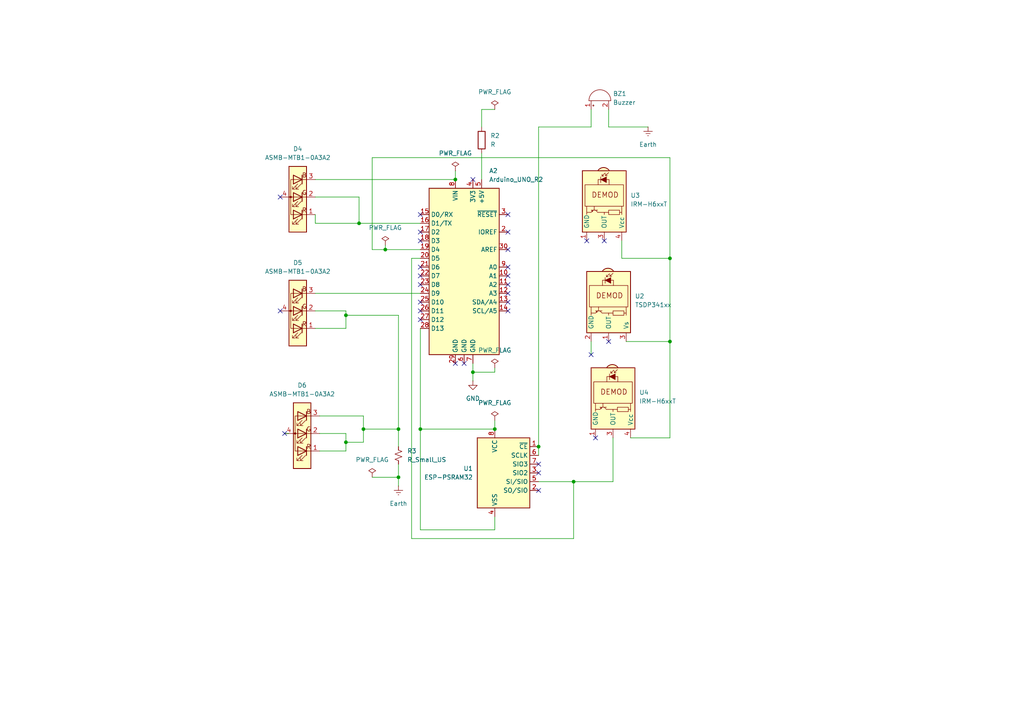
<source format=kicad_sch>
(kicad_sch (version 20250114) (generator "eeschema") (generator_version "9.0")
  (paper "A4")
  (lib_symbols
    (symbol "Device:Buzzer" (pin_names (offset 0.0254) (hide yes))
      (property "Reference" "BZ" (at 3.81 1.27 0))
      (property "Value" "Buzzer" (at 3.81 -1.27 0))
      (symbol "Buzzer_0_1"
        (polyline (pts (xy -1.651 1.905) (xy -1.143 1.905)))
        (polyline (pts (xy -1.397 2.159) (xy -1.397 1.651)))
        (arc (start 0 3.175) (mid 3.1612 0) (end 0 -3.175))
        (polyline (pts (xy 0 3.175) (xy 0 -3.175)))
      )
      (symbol "Buzzer_1_1"
        (pin passive line (at -2.54 2.54 0) (length 2.54) (name "+") (number "1"))
        (pin passive line (at -2.54 -2.54 0) (length 2.54) (name "-") (number "2"))
      )
    )
    (symbol "Device:R" (pin_numbers (hide yes)) (pin_names (offset 0))
      (property "Reference" "R" (at 2.032 0 90))
      (property "Value" "R" (at 0 0 90))
      (symbol "R_0_1"
        (rectangle (start -1.016 -2.54) (end 1.016 2.54) (stroke (width 0.254)))
      )
      (symbol "R_1_1"
        (pin passive line (at 0 3.81 270) (length 1.27) (name "~") (number "1"))
        (pin passive line (at 0 -3.81 90) (length 1.27) (name "~") (number "2"))
      )
    )
    (symbol "Device:R_Small_US" (pin_numbers (hide yes)) (pin_names (offset 0.254) (hide yes))
      (property "Reference" "R" (at 0.762 0.508 0))
      (property "Value" "R_Small_US" (at 0.762 -1.016 0))
      (symbol "R_Small_US_1_1"
        (polyline (pts (xy 0 1.524) (xy 1.016 1.143) (xy 0 0.762) (xy -1.016 0.381) (xy 0 0)))
        (polyline (pts (xy 0 0) (xy 1.016 -0.381) (xy 0 -0.762) (xy -1.016 -1.143) (xy 0 -1.524)))
        (pin passive line (at 0 2.54 270) (length 1.016) (name "~") (number "1"))
        (pin passive line (at 0 -2.54 90) (length 1.016) (name "~") (number "2"))
      )
    )
    (symbol "Interface_Optical:IRM-H6xxT" (pin_names (offset 1.016))
      (property "Reference" "U" (at -10.16 7.62 0))
      (property "Value" "IRM-H6xxT" (at -10.16 -7.62 0))
      (symbol "IRM-H6xxT_0_0"
        (arc (start -10.287 -1.778) (mid -11.0899 -0.1905) (end -10.287 1.397) (stroke (width 0.254)) (fill (type background)))
        (polyline (pts (xy 1.905 5.08) (xy 0.127 5.08)))
        (polyline (pts (xy 1.905 -5.08) (xy 0.127 -5.08)))
        (text "DEMOD" (at -3.175 0.254 900) (effects (font (size 1.524 1.524))))
      )
      (symbol "IRM-H6xxT_0_1"
        (polyline (pts (xy -8.763 0.381) (xy -9.652 1.27)))
        (polyline (pts (xy -8.763 0.381) (xy -9.271 0.381)))
        (polyline (pts (xy -8.763 0.381) (xy -8.763 0.889)))
        (polyline (pts (xy -8.636 -0.635) (xy -9.525 0.254)))
        (polyline (pts (xy -8.636 -0.635) (xy -9.144 -0.635)))
        (polyline (pts (xy -8.636 -0.635) (xy -8.636 -0.127)))
        (polyline (pts (xy -8.382 0.635) (xy -6.731 0.635) (xy -7.62 -1.016) (xy -8.382 0.635)) (fill (type outline)))
        (polyline (pts (xy -8.382 -1.016) (xy -6.731 -1.016)))
        (rectangle (start -6.096 5.588) (end 0.127 -5.588))
        (polyline (pts (xy -6.096 1.397) (xy -7.62 1.397) (xy -7.62 -1.778) (xy -6.096 -1.778)))
        (polyline (pts (xy 1.27 -1.905) (xy 1.27 -3.81)))
        (polyline (pts (xy 1.27 -2.54) (xy 1.905 -1.905) (xy 1.905 0) (xy 2.54 0)))
        (polyline (pts (xy 1.27 -2.921) (xy 0.127 -2.921)))
        (polyline (pts (xy 1.27 -3.175) (xy 1.905 -3.81) (xy 1.905 -5.08) (xy 2.54 -5.08)))
        (polyline (pts (xy 1.397 -3.556) (xy 1.524 -3.556)))
        (polyline (pts (xy 1.651 -3.556) (xy 1.524 -3.556)))
        (polyline (pts (xy 1.651 -3.556) (xy 1.651 -3.302)))
        (polyline (pts (xy 1.905 4.445) (xy 1.905 5.08) (xy 2.54 5.08)))
        (polyline (pts (xy 1.905 0) (xy 1.905 1.27)))
        (rectangle (start 2.54 1.27) (end 1.27 4.445))
        (rectangle (start 7.62 6.35) (end -10.16 -6.35) (stroke (width 0.254)) (fill (type background)))
      )
      (symbol "IRM-H6xxT_1_1"
        (pin power_in line (at 10.16 5.08 180) (length 2.54) (name "Vcc") (number "4"))
        (pin output line (at 10.16 0 180) (length 2.54) (name "OUT") (number "3"))
        (pin power_in line (at 10.16 -5.08 180) (length 2.54) (name "GND") (number "1"))
        (pin passive line (at 10.16 -5.08 180) (length 2.54) (hide yes) (name "GND") (number "2"))
      )
    )
    (symbol "Interface_Optical:TSDP341xx" (pin_names (offset 1.016))
      (property "Reference" "U" (at -10.16 7.62 0))
      (property "Value" "TSDP341xx" (at -10.16 -7.62 0))
      (symbol "TSDP341xx_0_0"
        (arc (start -10.287 -1.778) (mid -11.0899 -0.1905) (end -10.287 1.397) (stroke (width 0.254)) (fill (type background)))
        (polyline (pts (xy 1.905 5.08) (xy 0.127 5.08)))
        (polyline (pts (xy 1.905 -5.08) (xy 0.127 -5.08)))
        (text "DEMOD" (at -3.175 0.254 900) (effects (font (size 1.524 1.524))))
      )
      (symbol "TSDP341xx_0_1"
        (polyline (pts (xy -8.763 0.381) (xy -9.652 1.27)))
        (polyline (pts (xy -8.763 0.381) (xy -9.271 0.381)))
        (polyline (pts (xy -8.763 0.381) (xy -8.763 0.889)))
        (polyline (pts (xy -8.636 -0.635) (xy -9.525 0.254)))
        (polyline (pts (xy -8.636 -0.635) (xy -9.144 -0.635)))
        (polyline (pts (xy -8.636 -0.635) (xy -8.636 -0.127)))
        (polyline (pts (xy -8.382 0.635) (xy -6.731 0.635) (xy -7.62 -1.016) (xy -8.382 0.635)) (fill (type outline)))
        (polyline (pts (xy -8.382 -1.016) (xy -6.731 -1.016)))
        (rectangle (start -6.096 5.588) (end 0.127 -5.588))
        (polyline (pts (xy -6.096 1.397) (xy -7.62 1.397) (xy -7.62 -1.778) (xy -6.096 -1.778)))
        (polyline (pts (xy 1.27 -1.905) (xy 1.27 -3.81)))
        (polyline (pts (xy 1.27 -2.54) (xy 1.905 -1.905) (xy 1.905 0) (xy 2.54 0)))
        (polyline (pts (xy 1.27 -2.921) (xy 0.127 -2.921)))
        (polyline (pts (xy 1.27 -3.175) (xy 1.905 -3.81) (xy 1.905 -5.08) (xy 2.54 -5.08)))
        (polyline (pts (xy 1.397 -3.556) (xy 1.524 -3.556)))
        (polyline (pts (xy 1.651 -3.556) (xy 1.524 -3.556)))
        (polyline (pts (xy 1.651 -3.556) (xy 1.651 -3.302)))
        (polyline (pts (xy 1.905 4.445) (xy 1.905 5.08) (xy 2.54 5.08)))
        (polyline (pts (xy 1.905 0) (xy 1.905 1.27)))
        (rectangle (start 2.54 1.27) (end 1.27 4.445))
        (rectangle (start 7.62 6.35) (end -10.16 -6.35) (stroke (width 0.254)) (fill (type background)))
      )
      (symbol "TSDP341xx_1_1"
        (pin power_in line (at 10.16 5.08 180) (length 2.54) (name "Vs") (number "3"))
        (pin output line (at 10.16 0 180) (length 2.54) (name "OUT") (number "1"))
        (pin power_in line (at 10.16 -5.08 180) (length 2.54) (name "GND") (number "2"))
      )
    )
    (symbol "LED:ASMB-MTB1-0A3A2" (pin_names (offset 0) (hide yes))
      (property "Reference" "D" (at 0 12.7 0))
      (property "Value" "ASMB-MTB1-0A3A2" (at 1.27 -11.43 0))
      (symbol "ASMB-MTB1-0A3A2_0_0"
        (text "R" (at -1.905 3.81 0) (effects (font (size 1.27 1.27))))
        (text "G" (at -1.905 -1.27 0) (effects (font (size 1.27 1.27))))
        (text "B" (at -1.905 -6.35 0) (effects (font (size 1.27 1.27))))
      )
      (symbol "ASMB-MTB1-0A3A2_0_1"
        (polyline (pts (xy -2.54 -5.08) (xy 1.27 -5.08)))
        (polyline (pts (xy -1.27 6.35) (xy -1.27 3.81)) (stroke (width 0.254)))
        (polyline (pts (xy -1.27 1.27) (xy -1.27 -1.27)) (stroke (width 0.254)))
        (polyline (pts (xy -1.27 -3.81) (xy -1.27 -6.35)) (stroke (width 0.254)))
        (polyline (pts (xy -1.016 6.35) (xy 0.508 7.874) (xy -0.254 7.874) (xy 0.508 7.874) (xy 0.508 7.112)))
        (polyline (pts (xy -1.016 1.27) (xy 0.508 2.794) (xy -0.254 2.794) (xy 0.508 2.794) (xy 0.508 2.032)))
        (polyline (pts (xy -1.016 -3.81) (xy 0.508 -2.286) (xy -0.254 -2.286) (xy 0.508 -2.286) (xy 0.508 -3.048)))
        (polyline (pts (xy 0 6.35) (xy 1.524 7.874) (xy 0.762 7.874) (xy 1.524 7.874) (xy 1.524 7.112)))
        (polyline (pts (xy 0 1.27) (xy 1.524 2.794) (xy 0.762 2.794) (xy 1.524 2.794) (xy 1.524 2.032)))
        (polyline (pts (xy 0 -3.81) (xy 1.524 -2.286) (xy 0.762 -2.286) (xy 1.524 -2.286) (xy 1.524 -3.048)))
        (polyline (pts (xy 1.27 6.35) (xy 1.27 3.81) (xy -1.27 5.08) (xy 1.27 6.35)) (stroke (width 0.254)))
        (rectangle (start 1.27 6.35) (end 1.27 6.35))
        (polyline (pts (xy 1.27 5.08) (xy -2.54 5.08)))
        (polyline (pts (xy 1.27 1.27) (xy 1.27 -1.27) (xy -1.27 0) (xy 1.27 1.27)) (stroke (width 0.254)))
        (polyline (pts (xy 1.27 -3.81) (xy 1.27 -6.35) (xy -1.27 -5.08) (xy 1.27 -3.81)) (stroke (width 0.254)))
        (polyline (pts (xy 1.27 -5.08) (xy 2.032 -5.08) (xy 2.032 5.08) (xy 1.27 5.08)))
        (circle (center 2.032 0) (radius 0.254) (fill (type outline)))
        (polyline (pts (xy 2.54 0) (xy -2.54 0)))
        (rectangle (start 2.54 -8.89) (end -2.54 10.16) (stroke (width 0.254)) (fill (type background)))
      )
      (symbol "ASMB-MTB1-0A3A2_1_1"
        (pin passive line (at -5.08 5.08 0) (length 2.54) (name "RK") (number "1"))
        (pin passive line (at -5.08 0 0) (length 2.54) (name "GK") (number "2"))
        (pin passive line (at -5.08 -5.08 0) (length 2.54) (name "BK") (number "3"))
        (pin passive line (at 5.08 0 180) (length 2.54) (name "A") (number "4"))
      )
    )
    (symbol "MCU_Module:Arduino_UNO_R2"
      (property "Reference" "A" (at -10.16 23.495 0))
      (property "Value" "Arduino_UNO_R2" (at 5.08 -26.67 0))
      (symbol "Arduino_UNO_R2_0_1"
        (rectangle (start -10.16 22.86) (end 10.16 -25.4) (stroke (width 0.254)) (fill (type background)))
      )
      (symbol "Arduino_UNO_R2_1_1"
        (pin bidirectional line (at -12.7 15.24 0) (length 2.54) (name "D0/RX") (number "15"))
        (pin bidirectional line (at -12.7 12.7 0) (length 2.54) (name "D1/TX") (number "16"))
        (pin bidirectional line (at -12.7 10.16 0) (length 2.54) (name "D2") (number "17"))
        (pin bidirectional line (at -12.7 7.62 0) (length 2.54) (name "D3") (number "18"))
        (pin bidirectional line (at -12.7 5.08 0) (length 2.54) (name "D4") (number "19"))
        (pin bidirectional line (at -12.7 2.54 0) (length 2.54) (name "D5") (number "20"))
        (pin bidirectional line (at -12.7 0 0) (length 2.54) (name "D6") (number "21"))
        (pin bidirectional line (at -12.7 -2.54 0) (length 2.54) (name "D7") (number "22"))
        (pin bidirectional line (at -12.7 -5.08 0) (length 2.54) (name "D8") (number "23"))
        (pin bidirectional line (at -12.7 -7.62 0) (length 2.54) (name "D9") (number "24"))
        (pin bidirectional line (at -12.7 -10.16 0) (length 2.54) (name "D10") (number "25"))
        (pin bidirectional line (at -12.7 -12.7 0) (length 2.54) (name "D11") (number "26"))
        (pin bidirectional line (at -12.7 -15.24 0) (length 2.54) (name "D12") (number "27"))
        (pin bidirectional line (at -12.7 -17.78 0) (length 2.54) (name "D13") (number "28"))
        (pin no_connect line (at -10.16 -20.32 0) (length 2.54) (hide yes) (name "NC") (number "1"))
        (pin power_in line (at -2.54 25.4 270) (length 2.54) (name "VIN") (number "8"))
        (pin power_in line (at -2.54 -27.94 90) (length 2.54) (name "GND") (number "29"))
        (pin power_in line (at 0 -27.94 90) (length 2.54) (name "GND") (number "6"))
        (pin power_out line (at 2.54 25.4 270) (length 2.54) (name "3V3") (number "4"))
        (pin power_in line (at 2.54 -27.94 90) (length 2.54) (name "GND") (number "7"))
        (pin power_out line (at 5.08 25.4 270) (length 2.54) (name "+5V") (number "5"))
        (pin input line (at 12.7 15.24 180) (length 2.54) (name "~{RESET}") (number "3"))
        (pin output line (at 12.7 10.16 180) (length 2.54) (name "IOREF") (number "2"))
        (pin input line (at 12.7 5.08 180) (length 2.54) (name "AREF") (number "30"))
        (pin bidirectional line (at 12.7 0 180) (length 2.54) (name "A0") (number "9"))
        (pin bidirectional line (at 12.7 -2.54 180) (length 2.54) (name "A1") (number "10"))
        (pin bidirectional line (at 12.7 -5.08 180) (length 2.54) (name "A2") (number "11"))
        (pin bidirectional line (at 12.7 -7.62 180) (length 2.54) (name "A3") (number "12"))
        (pin bidirectional line (at 12.7 -10.16 180) (length 2.54) (name "SDA/A4") (number "13"))
        (pin bidirectional line (at 12.7 -12.7 180) (length 2.54) (name "SCL/A5") (number "14"))
      )
    )
    (symbol "Memory_RAM:ESP-PSRAM32"
      (property "Reference" "U" (at 3.81 11.43 0))
      (property "Value" "ESP-PSRAM32" (at -1.27 -11.43 0))
      (symbol "ESP-PSRAM32_0_1"
        (rectangle (start -7.62 10.16) (end 7.62 -10.16) (stroke (width 0.254)) (fill (type background)))
      )
      (symbol "ESP-PSRAM32_1_1"
        (pin power_in line (at -2.54 12.7 270) (length 2.54) (name "VCC") (number "8"))
        (pin power_in line (at -2.54 -12.7 90) (length 2.54) (name "VSS") (number "4"))
        (pin input line (at 10.16 7.62 180) (length 2.54) (name "~{CE}") (number "1"))
        (pin output line (at 10.16 5.08 180) (length 2.54) (name "SCLK") (number "6"))
        (pin bidirectional line (at 10.16 2.54 180) (length 2.54) (name "SIO3") (number "7"))
        (pin bidirectional line (at 10.16 0 180) (length 2.54) (name "SIO2") (number "3"))
        (pin input line (at 10.16 -2.54 180) (length 2.54) (name "SI/SIO") (number "5"))
        (pin output line (at 10.16 -5.08 180) (length 2.54) (name "SO/SIO") (number "2"))
      )
    )
    (symbol "power:Earth" (power) (pin_numbers (hide yes)) (pin_names (offset 0) (hide yes))
      (property "Value" "Earth" (at 0 -3.81 0))
      (symbol "Earth_0_1"
        (polyline (pts (xy -0.635 -1.905) (xy 0.635 -1.905)))
        (polyline (pts (xy -0.127 -2.54) (xy 0.127 -2.54)))
        (polyline (pts (xy 0 -1.27) (xy 0 0)))
        (polyline (pts (xy 1.27 -1.27) (xy -1.27 -1.27)))
      )
      (symbol "Earth_1_1"
        (pin power_in line (at 0 0 270) (length 0) (name "~") (number "1"))
      )
    )
    (symbol "power:GND" (power) (pin_numbers (hide yes)) (pin_names (offset 0) (hide yes))
      (property "Value" "GND" (at 0 -3.81 0))
      (symbol "GND_0_1"
        (polyline (pts (xy 0 0) (xy 0 -1.27) (xy 1.27 -1.27) (xy 0 -2.54) (xy -1.27 -1.27) (xy 0 -1.27)))
      )
      (symbol "GND_1_1"
        (pin power_in line (at 0 0 270) (length 0) (name "~") (number "1"))
      )
    )
    (symbol "power:PWR_FLAG" (power) (pin_numbers (hide yes)) (pin_names (offset 0) (hide yes))
      (property "Value" "PWR_FLAG" (at 0 3.81 0))
      (symbol "PWR_FLAG_0_0"
        (pin power_out line (at 0 0 90) (length 0) (name "~") (number "1"))
      )
      (symbol "PWR_FLAG_0_1"
        (polyline (pts (xy 0 0) (xy 0 1.27) (xy -1.016 1.905) (xy 0 2.54) (xy 1.016 1.905) (xy 0 1.27)))
      )
    )
  )
  (junction (at 194.31 99.06))
  (junction (at 137.16 107.95))
  (junction (at 111.76 72.39))
  (junction (at 115.57 138.43))
  (junction (at 166.37 139.7))
  (junction (at 132.08 52.07))
  (junction (at 105.41 124.46))
  (junction (at 194.31 74.93))
  (junction (at 143.51 124.46))
  (junction (at 121.92 124.46))
  (junction (at 104.14 64.77))
  (junction (at 115.57 124.46))
  (junction (at 156.21 129.54))
  (junction (at 100.33 91.44))
  (junction (at 100.33 128.27))
  (no_connect (at 132.08 105.41))
  (no_connect (at 172.72 127))
  (no_connect (at 171.45 102.87))
  (no_connect (at 156.21 137.16))
  (no_connect (at 147.32 77.47))
  (no_connect (at 81.28 57.15))
  (no_connect (at 82.55 125.73))
  (no_connect (at 175.26 69.85))
  (no_connect (at 121.92 82.55))
  (no_connect (at 147.32 90.17))
  (no_connect (at 147.32 80.01))
  (no_connect (at 176.53 99.06))
  (no_connect (at 121.92 67.31))
  (no_connect (at 147.32 82.55))
  (no_connect (at 156.21 142.24))
  (no_connect (at 147.32 67.31))
  (no_connect (at 121.92 62.23))
  (no_connect (at 147.32 62.23))
  (no_connect (at 121.92 80.01))
  (no_connect (at 81.28 90.17))
  (no_connect (at 137.16 52.07))
  (no_connect (at 147.32 72.39))
  (no_connect (at 121.92 92.71))
  (no_connect (at 121.92 90.17))
  (no_connect (at 147.32 85.09))
  (no_connect (at 121.92 87.63))
  (no_connect (at 134.62 105.41))
  (no_connect (at 121.92 77.47))
  (no_connect (at 147.32 87.63))
  (no_connect (at 170.18 69.85))
  (no_connect (at 121.92 69.85))
  (no_connect (at 156.21 134.62))
  (wire (pts (xy 194.31 45.72) (xy 194.31 74.93)))
  (wire (pts (xy 100.33 130.81) (xy 92.71 130.81)))
  (wire (pts (xy 115.57 91.44) (xy 115.57 124.46)))
  (wire (pts (xy 156.21 36.83) (xy 171.45 36.83)))
  (wire (pts (xy 121.92 74.93) (xy 119.38 74.93)))
  (wire (pts (xy 105.41 124.46) (xy 115.57 124.46)))
  (wire (pts (xy 182.88 127) (xy 194.31 127)))
  (wire (pts (xy 119.38 74.93) (xy 119.38 156.21)))
  (wire (pts (xy 156.21 132.08) (xy 156.21 129.54)))
  (wire (pts (xy 194.31 74.93) (xy 194.31 99.06)))
  (wire (pts (xy 100.33 91.44) (xy 115.57 91.44)))
  (wire (pts (xy 177.8 139.7) (xy 166.37 139.7)))
  (wire (pts (xy 111.76 71.12) (xy 111.76 72.39)))
  (wire (pts (xy 82.55 125.73) (xy 83.82 125.73)))
  (wire (pts (xy 194.31 99.06) (xy 181.61 99.06)))
  (wire (pts (xy 107.95 72.39) (xy 107.95 45.72)))
  (wire (pts (xy 100.33 125.73) (xy 100.33 128.27)))
  (wire (pts (xy 111.76 72.39) (xy 107.95 72.39)))
  (wire (pts (xy 180.34 69.85) (xy 180.34 74.93)))
  (wire (pts (xy 100.33 91.44) (xy 100.33 95.25)))
  (wire (pts (xy 156.21 139.7) (xy 166.37 139.7)))
  (wire (pts (xy 177.8 127) (xy 177.8 139.7)))
  (wire (pts (xy 104.14 57.15) (xy 104.14 64.77)))
  (wire (pts (xy 132.08 49.53) (xy 132.08 52.07)))
  (wire (pts (xy 91.44 64.77) (xy 91.44 62.23)))
  (wire (pts (xy 194.31 127) (xy 194.31 99.06)))
  (wire (pts (xy 121.92 124.46) (xy 143.51 124.46)))
  (wire (pts (xy 91.44 57.15) (xy 104.14 57.15)))
  (wire (pts (xy 115.57 138.43) (xy 115.57 140.97)))
  (wire (pts (xy 107.95 45.72) (xy 194.31 45.72)))
  (wire (pts (xy 143.51 106.68) (xy 143.51 107.95)))
  (wire (pts (xy 91.44 90.17) (xy 100.33 90.17)))
  (wire (pts (xy 121.92 95.25) (xy 121.92 124.46)))
  (wire (pts (xy 143.51 107.95) (xy 137.16 107.95)))
  (wire (pts (xy 100.33 90.17) (xy 100.33 91.44)))
  (wire (pts (xy 139.7 44.45) (xy 139.7 52.07)))
  (wire (pts (xy 137.16 107.95) (xy 137.16 110.49)))
  (wire (pts (xy 100.33 128.27) (xy 105.41 128.27)))
  (wire (pts (xy 137.16 105.41) (xy 137.16 107.95)))
  (wire (pts (xy 143.51 121.92) (xy 143.51 124.46)))
  (wire (pts (xy 91.44 85.09) (xy 121.92 85.09)))
  (wire (pts (xy 105.41 124.46) (xy 105.41 120.65)))
  (wire (pts (xy 100.33 128.27) (xy 100.33 130.81)))
  (wire (pts (xy 104.14 64.77) (xy 91.44 64.77)))
  (wire (pts (xy 105.41 128.27) (xy 105.41 124.46)))
  (wire (pts (xy 121.92 64.77) (xy 104.14 64.77)))
  (wire (pts (xy 139.7 31.75) (xy 143.51 31.75)))
  (wire (pts (xy 115.57 134.62) (xy 115.57 138.43)))
  (wire (pts (xy 115.57 124.46) (xy 115.57 129.54)))
  (wire (pts (xy 194.31 74.93) (xy 180.34 74.93)))
  (wire (pts (xy 119.38 156.21) (xy 166.37 156.21)))
  (wire (pts (xy 92.71 125.73) (xy 100.33 125.73)))
  (wire (pts (xy 139.7 36.83) (xy 139.7 31.75)))
  (wire (pts (xy 171.45 102.87) (xy 171.45 99.06)))
  (wire (pts (xy 166.37 156.21) (xy 166.37 139.7)))
  (wire (pts (xy 143.51 153.67) (xy 143.51 149.86)))
  (wire (pts (xy 107.95 138.43) (xy 115.57 138.43)))
  (wire (pts (xy 171.45 36.83) (xy 171.45 31.75)))
  (wire (pts (xy 91.44 52.07) (xy 132.08 52.07)))
  (wire (pts (xy 100.33 95.25) (xy 91.44 95.25)))
  (wire (pts (xy 121.92 124.46) (xy 121.92 153.67)))
  (wire (pts (xy 121.92 153.67) (xy 143.51 153.67)))
  (wire (pts (xy 176.53 31.75) (xy 176.53 36.83)))
  (wire (pts (xy 176.53 36.83) (xy 187.96 36.83)))
  (wire (pts (xy 105.41 120.65) (xy 92.71 120.65)))
  (wire (pts (xy 121.92 72.39) (xy 111.76 72.39)))
  (wire (pts (xy 156.21 129.54) (xy 156.21 36.83)))
  (symbol (lib_id "Interface_Optical:IRM-H6xxT") (at 177.8 116.84 270) (unit 1)
    (property "Reference" "U4" (at 185.42 113.8349 90) (effects (justify left)))
    (property "Value" "IRM-H6xxT" (at 185.42 116.3749 90) (effects (justify left)))
    (property "Footprint" "OptoDevice:Everlight_IRM-H6xxT" (effects (hide yes)))
    (property "Datasheet" "https://en.everlight.com/wp-content/plugins/ItemRelationship/product_files/pdf/DMO-0000004-IRM-H6XX-TR2_Series_Datasheet_V4.pdf" (effects (hide yes)))
    (property "Description" "IR Receiver Modules for remote controls" (effects (hide yes)))
  )
  (symbol (lib_id "power:PWR_FLAG") (at 143.51 31.75 0) (unit 1)
    (property "Reference" "#FLG01" (effects (hide yes)))
    (property "Value" "PWR_FLAG" (at 143.51 26.67 0))
    (property "Description" "Special symbol for telling ERC where power comes from" (effects (hide yes)))
  )
  (symbol (lib_id "Interface_Optical:IRM-H6xxT") (at 175.26 59.69 270) (unit 1)
    (property "Reference" "U3" (at 182.88 56.6849 90) (effects (justify left)))
    (property "Value" "IRM-H6xxT" (at 182.88 59.2249 90) (effects (justify left)))
    (property "Footprint" "OptoDevice:Everlight_IRM-H6xxT" (effects (hide yes)))
    (property "Datasheet" "https://en.everlight.com/wp-content/plugins/ItemRelationship/product_files/pdf/DMO-0000004-IRM-H6XX-TR2_Series_Datasheet_V4.pdf" (effects (hide yes)))
    (property "Description" "IR Receiver Modules for remote controls" (effects (hide yes)))
  )
  (symbol (lib_id "LED:ASMB-MTB1-0A3A2") (at 86.36 90.17 180) (unit 1)
    (property "Reference" "D5" (at 86.36 76.2 0))
    (property "Value" "ASMB-MTB1-0A3A2" (at 86.36 78.74 0))
    (property "Footprint" "LED_SMD:LED_Avago_PLCC4_3.2x2.8mm_CW" (effects (hide yes)))
    (property "Datasheet" "https://docs.broadcom.com/docs/AV02-4194EN" (effects (hide yes)))
    (property "Description" "Tricolor Black Surface LED, Common Anode Pin 4, PLCC-4" (effects (hide yes)))
  )
  (symbol (lib_id "LED:ASMB-MTB1-0A3A2") (at 86.36 57.15 180) (unit 1)
    (property "Reference" "D4" (at 86.36 43.18 0))
    (property "Value" "ASMB-MTB1-0A3A2" (at 86.36 45.72 0))
    (property "Footprint" "LED_SMD:LED_Avago_PLCC4_3.2x2.8mm_CW" (effects (hide yes)))
    (property "Datasheet" "https://docs.broadcom.com/docs/AV02-4194EN" (effects (hide yes)))
    (property "Description" "Tricolor Black Surface LED, Common Anode Pin 4, PLCC-4" (effects (hide yes)))
  )
  (symbol (lib_id "MCU_Module:Arduino_UNO_R2") (at 134.62 77.47 0) (unit 1)
    (property "Reference" "A2" (at 141.8433 49.53 0) (effects (justify left)))
    (property "Value" "Arduino_UNO_R2" (at 141.8433 52.07 0) (effects (justify left)))
    (property "Footprint" "Module:Arduino_UNO_R2" (effects (hide yes)))
    (property "Datasheet" "https://www.arduino.cc/en/Main/arduinoBoardUno" (effects (hide yes)))
    (property "Description" "Arduino UNO Microcontroller Module, release 2" (effects (hide yes)))
  )
  (symbol (lib_id "power:Earth") (at 115.57 140.97 0) (unit 1)
    (property "Reference" "#PWR01" (effects (hide yes)))
    (property "Value" "Earth" (at 115.57 146.05 0))
    (property "Description" "Power symbol creates a global label with name \"Earth\"" (effects (hide yes)))
  )
  (symbol (lib_id "Device:Buzzer") (at 173.99 29.21 90) (unit 1)
    (property "Reference" "BZ1" (at 177.8 27.1848 90) (effects (justify right)))
    (property "Value" "Buzzer" (at 177.8 29.7248 90) (effects (justify right)))
    (property "Footprint" "Buzzer_Beeper:MagneticBuzzer_PUI_AT-0927-TT-6-R" (effects (hide yes)))
    (property "Description" "Buzzer, polarized" (effects (hide yes)))
  )
  (symbol (lib_id "power:PWR_FLAG") (at 143.51 106.68 0) (unit 1)
    (property "Reference" "#FLG06" (effects (hide yes)))
    (property "Value" "PWR_FLAG" (at 143.51 101.6 0))
    (property "Description" "Special symbol for telling ERC where power comes from" (effects (hide yes)))
  )
  (symbol (lib_id "LED:ASMB-MTB1-0A3A2") (at 87.63 125.73 180) (unit 1)
    (property "Reference" "D6" (at 87.63 111.76 0))
    (property "Value" "ASMB-MTB1-0A3A2" (at 87.63 114.3 0))
    (property "Footprint" "LED_SMD:LED_Avago_PLCC4_3.2x2.8mm_CW" (effects (hide yes)))
    (property "Datasheet" "https://docs.broadcom.com/docs/AV02-4194EN" (effects (hide yes)))
    (property "Description" "Tricolor Black Surface LED, Common Anode Pin 4, PLCC-4" (effects (hide yes)))
  )
  (symbol (lib_id "Interface_Optical:TSDP341xx") (at 176.53 88.9 270) (unit 1)
    (property "Reference" "U2" (at 184.15 85.8949 90) (effects (justify left)))
    (property "Value" "TSDP341xx" (at 184.15 88.4349 90) (effects (justify left)))
    (property "Footprint" "OptoDevice:Vishay_MOLD-3Pin" (effects (hide yes)))
    (property "Datasheet" "http://www.vishay.com/docs/82667/tsdp341.pdf" (effects (hide yes)))
    (property "Description" "IR Receiver Modules for Data Transmission" (effects (hide yes)))
  )
  (symbol (lib_id "power:PWR_FLAG") (at 111.76 71.12 0) (unit 1)
    (property "Reference" "#FLG05" (effects (hide yes)))
    (property "Value" "PWR_FLAG" (at 111.76 66.04 0))
    (property "Description" "Special symbol for telling ERC where power comes from" (effects (hide yes)))
  )
  (symbol (lib_id "power:PWR_FLAG") (at 143.51 121.92 0) (unit 1)
    (property "Reference" "#FLG03" (effects (hide yes)))
    (property "Value" "PWR_FLAG" (at 143.51 116.84 0))
    (property "Description" "Special symbol for telling ERC where power comes from" (effects (hide yes)))
  )
  (symbol (lib_id "power:PWR_FLAG") (at 132.08 49.53 0) (unit 1)
    (property "Reference" "#FLG04" (effects (hide yes)))
    (property "Value" "PWR_FLAG" (at 132.08 44.45 0))
    (property "Description" "Special symbol for telling ERC where power comes from" (effects (hide yes)))
  )
  (symbol (lib_id "Device:R") (at 139.7 40.64 0) (unit 1)
    (property "Reference" "R2" (at 142.24 39.3699 0) (effects (justify left)))
    (property "Value" "R" (at 142.24 41.9099 0) (effects (justify left)))
    (property "Footprint" "Resistor_SMD:R_0201_0603Metric" (effects (hide yes)))
    (property "Description" "Resistor" (effects (hide yes)))
  )
  (symbol (lib_id "power:Earth") (at 187.96 36.83 0) (unit 1)
    (property "Reference" "#PWR02" (effects (hide yes)))
    (property "Value" "Earth" (at 187.96 41.91 0))
    (property "Description" "Power symbol creates a global label with name \"Earth\"" (effects (hide yes)))
  )
  (symbol (lib_id "power:PWR_FLAG") (at 107.95 138.43 0) (unit 1)
    (property "Reference" "#FLG02" (effects (hide yes)))
    (property "Value" "PWR_FLAG" (at 107.95 133.35 0))
    (property "Description" "Special symbol for telling ERC where power comes from" (effects (hide yes)))
  )
  (symbol (lib_id "power:GND") (at 137.16 110.49 0) (unit 1)
    (property "Reference" "#PWR05" (effects (hide yes)))
    (property "Value" "GND" (at 137.16 115.57 0))
    (property "Description" "Power symbol creates a global label with name \"GND\" , ground" (effects (hide yes)))
  )
  (symbol (lib_id "Memory_RAM:ESP-PSRAM32") (at 146.05 137.16 0) (unit 1)
    (property "Reference" "U1" (at 137.16 135.8899 0) (effects (justify right)))
    (property "Value" "ESP-PSRAM32" (at 137.16 138.4299 0) (effects (justify right)))
    (property "Footprint" "Package_SO:SOIC-8_3.9x4.9mm_P1.27mm" (effects (hide yes)))
    (property "Datasheet" "https://www.espressif.com/sites/default/files/documentation/esp-psram32_datasheet_en.pdf" (effects (hide yes)))
    (property "Description" "32 Mbit serial pseudo SRAM device organized as 4Mx8 bits, 1.8 VCC, SOIC8 (SOP8)" (effects (hide yes)))
  )
  (symbol (lib_id "Device:R_Small_US") (at 115.57 132.08 0) (unit 1)
    (property "Reference" "R3" (at 118.11 130.8099 0) (effects (justify left)))
    (property "Value" "R_Small_US" (at 118.11 133.3499 0) (effects (justify left)))
    (property "Footprint" "Resistor_SMD:R_0603_1608Metric" (effects (hide yes)))
    (property "Description" "Resistor, small US symbol" (effects (hide yes)))
  )
)
</source>
